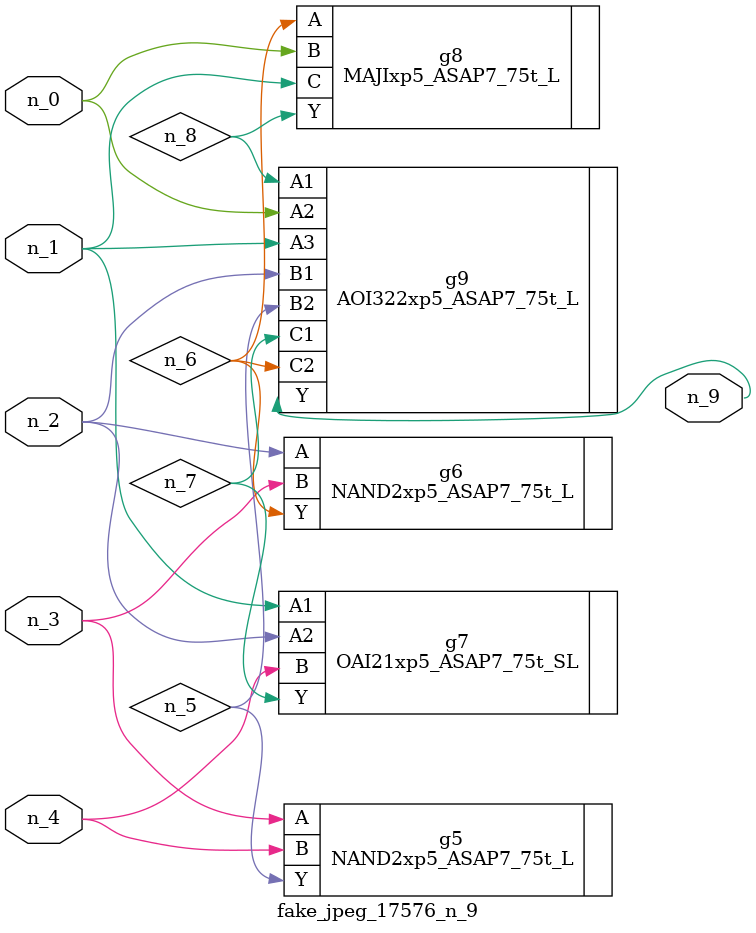
<source format=v>
module fake_jpeg_17576_n_9 (n_3, n_2, n_1, n_0, n_4, n_9);

input n_3;
input n_2;
input n_1;
input n_0;
input n_4;

output n_9;

wire n_8;
wire n_6;
wire n_5;
wire n_7;

NAND2xp5_ASAP7_75t_L g5 ( 
.A(n_3),
.B(n_4),
.Y(n_5)
);

NAND2xp5_ASAP7_75t_L g6 ( 
.A(n_2),
.B(n_3),
.Y(n_6)
);

OAI21xp5_ASAP7_75t_SL g7 ( 
.A1(n_1),
.A2(n_2),
.B(n_4),
.Y(n_7)
);

MAJIxp5_ASAP7_75t_L g8 ( 
.A(n_6),
.B(n_0),
.C(n_1),
.Y(n_8)
);

AOI322xp5_ASAP7_75t_L g9 ( 
.A1(n_8),
.A2(n_0),
.A3(n_1),
.B1(n_2),
.B2(n_5),
.C1(n_7),
.C2(n_6),
.Y(n_9)
);


endmodule
</source>
